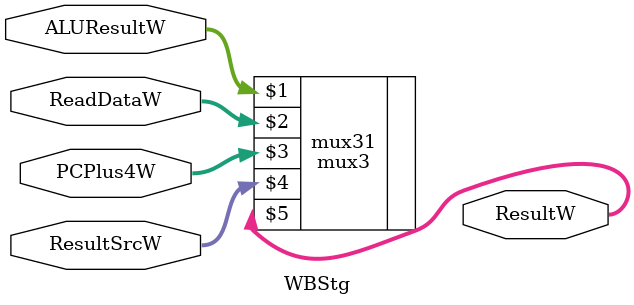
<source format=sv>
`timescale 1ns / 1ps

module WBStg(
    input logic     [31:0]  ALUResultW, ReadDataW, PCPlus4W,
    input logic     [1:0]   ResultSrcW,
    
    output logic    [31:0]  ResultW
    );
    mux3 #(32) mux31(ALUResultW, ReadDataW, PCPlus4W, ResultSrcW, ResultW);

endmodule
</source>
